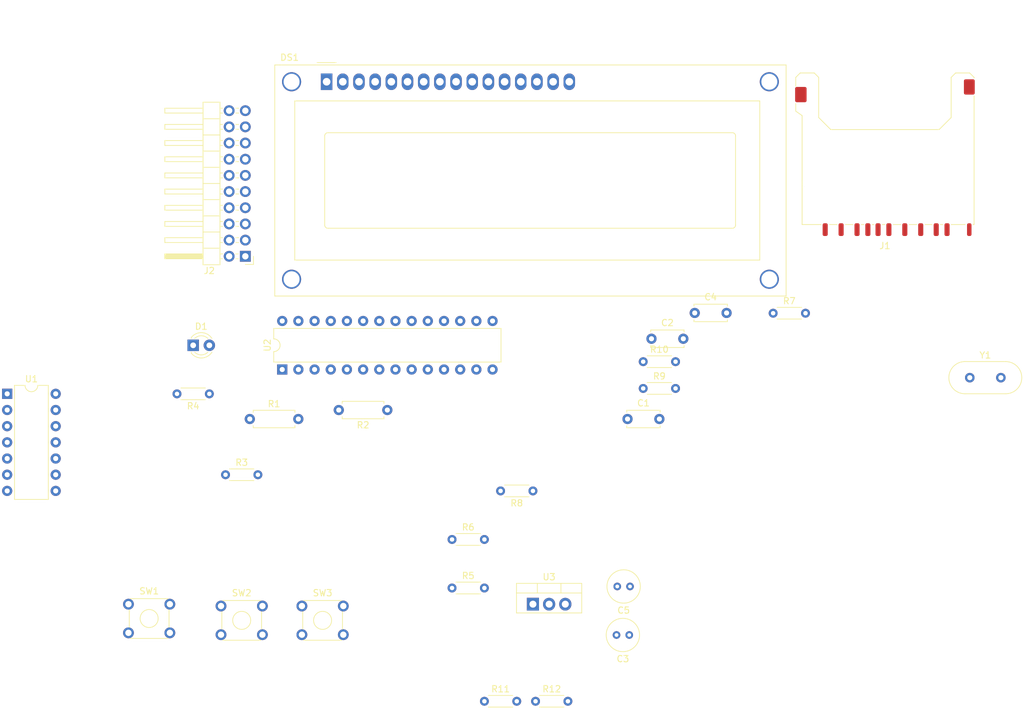
<source format=kicad_pcb>
(kicad_pcb (version 20211014) (generator pcbnew)
  (layers (0 "F.Cu" signal) (31 "B.Cu" signal) (34 "B.Paste" user) (35 "F.Paste" user) (36 "B.SilkS" user "B.Silkscreen") (37 "F.SilkS" user "F.Silkscreen") (38 "B.Mask" user) (39 "F.Mask" user) (44 "Edge.Cuts" user))
  (net 0 "")
  (net 1 "VCC")
  (net 2 "GND")
  (net 3 "+3V3")
  (net 4 "Net-(D1-Pad2)")
  (net 5 "Net-(DS1-Pad3)")
  (net 6 "/LCD_RS")
  (net 7 "/LCD_E")
  (net 12 "/LCD_D4")
  (net 13 "/LCD_D5")
  (net 14 "/SD_DI")
  (net 15 "/SD_CLK")
  (net 16 "/STEP 0")
  (net 17 "/STEP 1")
  (net 18 "/STEP 2")
  (net 19 "/STEP 3")
  (net 21 "/W_REQUEST")
  (net 23 "/DRIVE_EN")
  (net 24 "/RD_PLUSE")
  (net 25 "/WRITE")
  (net 26 "/W_PROTECT")
  (net 27 "/SD_CS")
  (net 28 "/SD_DO")
  (net 30 "/SD_SW")
  (net 32 "/BT_UP")
  (net 33 "/BT_DOWN")
  (net 34 "/BT_ENTER")
  (net 46 "Net-(R1-Pad1)")
  (net 47 "Net-(R4-Pad1)")
  (net 48 "Net-(R11-Pad1)")
  (net 49 "Net-(U2-Pad9)")
  (net 50 "Net-(U2-Pad10)")
  (footprint "Connector_Card:SD_Kyocera_145638009211859+" (layer "F.Cu") (at 177.18 83.64 180)
    (fp_text reference "J1" (at 0 -15.04) (layer "F.SilkS"))
    (fp_text value "SD_Card")
    (fp_line (start 6.2 -11.7) (end 5 -11.7) (layer "F.SilkS") (width 0.12))
    (fp_line (start 13.3 12.1) (end 11.1 12.1) (layer "F.SilkS") (width 0.12))
    (fp_line (start -10.4 11.4) (end -10.4 5.1) (layer "F.SilkS") (width 0.12))
    (fp_line (start 10.4 11.4) (end 11.1 12.1) (layer "F.SilkS") (width 0.12))
    (fp_line (start 0.4 -11.7) (end 0 -11.7) (layer "F.SilkS") (width 0.12))
    (fp_line (start -1.3 -11.7) (end -2.5 -11.7) (layer "F.SilkS") (width 0.12))
    (fp_line (start -14 -11.7) (end -14 8.5) (layer "F.SilkS") (width 0.12))
    (fp_line (start 13 5.4) (end 13 -11.7) (layer "F.SilkS") (width 0.12))
    (fp_line (start -13.3 12.1) (end -11.1 12.1) (layer "F.SilkS") (width 0.12))
    (fp_line (start 2 -11.7) (end 1.7 -11.7) (layer "F.SilkS") (width 0.12))
    (fp_line (start -10.4 -11.7) (end -12.6 -11.7) (layer "F.SilkS") (width 0.12))
    (fp_line (start -13.8 -11.7) (end -14 -11.7) (layer "F.SilkS") (width 0.12))
    (fp_line (start -14 11.3) (end -14 11.4) (layer "F.SilkS") (width 0.12))
    (fp_line (start -8.7 -11.7) (end -9.1 -11.7) (layer "F.SilkS") (width 0.12))
    (fp_line (start 10.4 11.4) (end 10.4 5.1) (layer "F.SilkS") (width 0.12))
    (fp_line (start 14 6.1) (end 14 7.3) (layer "F.SilkS") (width 0.12))
    (fp_line (start 13 -11.7) (end 10 -11.7) (layer "F.SilkS") (width 0.12))
    (fp_line (start -8.5 3.2) (end -10.4 5.1) (layer "F.SilkS") (width 0.12))
    (fp_line (start 14 6.1) (end 13 5.4) (layer "F.SilkS") (width 0.12))
    (fp_line (start -6.3 -11.7) (end -7.4 -11.7) (layer "F.SilkS") (width 0.12))
    (fp_line (start -10.4 11.4) (end -11.1 12.1) (layer "F.SilkS") (width 0.12))
    (fp_line (start 8.7 -11.7) (end 7.5 -11.7) (layer "F.SilkS") (width 0.12))
    (fp_line (start 8.5 3.2) (end 10.4 5.1) (layer "F.SilkS") (width 0.12))
    (fp_line (start -3.8 -11.7) (end -5 -11.7) (layer "F.SilkS") (width 0.12))
    (fp_line (start -13.3 12.1) (end -14 11.4) (layer "F.SilkS") (width 0.12))
    (fp_line (start 14 10) (end 14 11.4) (layer "F.SilkS") (width 0.12))
    (fp_line (start 13.3 12.1) (end 14 11.4) (layer "F.SilkS") (width 0.12))
    (fp_line (start 3.7 -11.7) (end 3.3 -11.7) (layer "F.SilkS") (width 0.12))
    (fp_line (start -8.5 3.2) (end 8.5 3.2) (layer "F.SilkS") (width 0.12))
    (pad "" np_thru_hole circle (at 12.1 -5.3) (size 1.5 1.5) (drill 1.5) (layers *.Cu *.Mask))
    (pad "" np_thru_hole circle (at -12.1 -5.3) (size 1.5 1.5) (drill 1.5) (layers *.Cu *.Mask))
    (pad "1" smd roundrect (at 6.88 -12.5 180) (size 0.8 2) (layers "F.Cu" "F.Paste" "F.Mask") (roundrect_rratio 0.313) (net 27 "/SD_CS"))
    (pad "2" smd roundrect (at 4.38 -12.5 180) (size 0.8 2) (layers "F.Cu" "F.Paste" "F.Mask") (roundrect_rratio 0.313) (net 14 "/SD_DI"))
    (pad "3" smd roundrect (at 1.08 -12.5 180) (size 0.8 2) (layers "F.Cu" "F.Paste" "F.Mask") (roundrect_rratio 0.313) (net 2 "GND"))
    (pad "4" smd roundrect (at -0.62 -12.5 180) (size 0.8 2) (layers "F.Cu" "F.Paste" "F.Mask") (roundrect_rratio 0.313) (net 3 "+3V3"))
    (pad "5" smd roundrect (at -3.12 -12.5 180) (size 0.8 2) (layers "F.Cu" "F.Paste" "F.Mask") (roundrect_rratio 0.313) (net 15 "/SD_CLK"))
    (pad "6" smd roundrect (at -5.62 -12.5 180) (size 0.8 2) (layers "F.Cu" "F.Paste" "F.Mask") (roundrect_rratio 0.313) (net 2 "GND"))
    (pad "7" smd roundrect (at -8.05 -12.5 180) (size 0.8 2) (layers "F.Cu" "F.Paste" "F.Mask") (roundrect_rratio 0.313) (net 28 "/SD_DO"))
    (pad "8" smd roundrect (at -9.75 -12.5 180) (size 0.8 2) (layers "F.Cu" "F.Paste" "F.Mask") (roundrect_rratio 0.313))
    (pad "9" smd roundrect (at 9.38 -12.5 180) (size 0.8 2) (layers "F.Cu" "F.Paste" "F.Mask") (roundrect_rratio 0.313))
    (pad "10" smd roundrect (at 2.68 -12.5 180) (size 0.8 2) (layers "F.Cu" "F.Paste" "F.Mask") (roundrect_rratio 0.313) (net 2 "GND"))
    (pad "11" smd roundrect (at -13.24 -12.5 180) (size 0.7 2) (layers "F.Cu" "F.Paste" "F.Mask") (roundrect_rratio 0.357) (net 30 "/SD_SW"))
    (pad "12" smd roundrect (at 13.2 8.7 180) (size 1.8 2.4) (layers "F.Cu" "F.Paste" "F.Mask") (roundrect_rratio 0.139))
    (pad "13" smd roundrect (at -13.25 9.9 180) (size 1.7 2.4) (layers "F.Cu" "F.Paste" "F.Mask") (roundrect_rratio 0.147))
  )
  (footprint "Resistor_THT:R_Axial_DIN0204_L3.6mm_D1.6mm_P5.08mm_Horizontal" (layer "F.Cu") (at 122.33 170.18)
    (fp_text reference "R12" (at 2.54 -1.92) (layer "F.SilkS"))
    (fp_text value "270")
    (fp_line (start 0.62 -0.92) (end 4.46 -0.92) (layer "F.SilkS") (width 0.12))
    (fp_line (start 0.62 0.92) (end 4.46 0.92) (layer "F.SilkS") (width 0.12))
    (pad "1" thru_hole circle (at 0 0) (size 1.4 1.4) (drill 0.7) (layers *.Cu *.Mask) (net 48 "Net-(R11-Pad1)"))
    (pad "2" thru_hole oval (at 5.08 0) (size 1.4 1.4) (drill 0.7) (layers *.Cu *.Mask) (net 3 "+3V3"))
  )
  (footprint "Capacitor_THT:C_Disc_D5.0mm_W2.5mm_P5.00mm" (layer "F.Cu") (at 140.53 113.27)
    (fp_text reference "C2" (at 2.5 -2.5) (layer "F.SilkS"))
    (fp_text value "1nF")
    (fp_line (start -0.12 1.37) (end 5.12 1.37) (layer "F.SilkS") (width 0.12))
    (fp_line (start -0.12 1.055) (end -0.12 1.37) (layer "F.SilkS") (width 0.12))
    (fp_line (start 5.12 1.055) (end 5.12 1.37) (layer "F.SilkS") (width 0.12))
    (fp_line (start 5.12 -1.37) (end 5.12 -1.055) (layer "F.SilkS") (width 0.12))
    (fp_line (start -0.12 -1.37) (end 5.12 -1.37) (layer "F.SilkS") (width 0.12))
    (fp_line (start -0.12 -1.37) (end -0.12 -1.055) (layer "F.SilkS") (width 0.12))
    (pad "1" thru_hole circle (at 0 0) (size 1.6 1.6) (drill 0.8) (layers *.Cu *.Mask) (net 1 "VCC"))
    (pad "2" thru_hole circle (at 5 0) (size 1.6 1.6) (drill 0.8) (layers *.Cu *.Mask) (net 2 "GND"))
  )
  (footprint "Resistor_THT:R_Axial_DIN0204_L3.6mm_D1.6mm_P5.08mm_Horizontal" (layer "F.Cu") (at 114.3 170.18)
    (fp_text reference "R11" (at 2.54 -1.92) (layer "F.SilkS"))
    (fp_text value "470")
    (fp_line (start 0.62 0.92) (end 4.46 0.92) (layer "F.SilkS") (width 0.12))
    (fp_line (start 0.62 -0.92) (end 4.46 -0.92) (layer "F.SilkS") (width 0.12))
    (pad "1" thru_hole circle (at 0 0) (size 1.4 1.4) (drill 0.7) (layers *.Cu *.Mask) (net 48 "Net-(R11-Pad1)"))
    (pad "2" thru_hole oval (at 5.08 0) (size 1.4 1.4) (drill 0.7) (layers *.Cu *.Mask) (net 2 "GND"))
  )
  (footprint "Package_DIP:DIP-14_W7.62mm" (layer "F.Cu") (at 39.38 121.915)
    (fp_text reference "U1" (at 3.81 -2.33) (layer "F.SilkS"))
    (fp_text value "74HC125")
    (fp_line (start 2.81 -1.33) (end 1.16 -1.33) (layer "F.SilkS") (width 0.12))
    (fp_line (start 1.16 16.57) (end 6.46 16.57) (layer "F.SilkS") (width 0.12))
    (fp_line (start 1.16 -1.33) (end 1.16 16.57) (layer "F.SilkS") (width 0.12))
    (fp_line (start 6.46 16.57) (end 6.46 -1.33) (layer "F.SilkS") (width 0.12))
    (fp_line (start 6.46 -1.33) (end 4.81 -1.33) (layer "F.SilkS") (width 0.12))
    (fp_arc (start 4.81 -1.33) (mid 3.81 -0.33) (end 2.81 -1.33) (layer "F.SilkS") (width 0.12))
    (pad "1" thru_hole rect (at 0 0) (size 1.6 1.6) (drill 0.8) (layers *.Cu *.Mask) (net 23 "/DRIVE_EN"))
    (pad "2" thru_hole oval (at 0 2.54) (size 1.6 1.6) (drill 0.8) (layers *.Cu *.Mask) (net 12 "/LCD_D4"))
    (pad "3" thru_hole oval (at 0 5.08) (size 1.6 1.6) (drill 0.8) (layers *.Cu *.Mask) (net 24 "/RD_PLUSE"))
    (pad "4" thru_hole oval (at 0 7.62) (size 1.6 1.6) (drill 0.8) (layers *.Cu *.Mask) (net 23 "/DRIVE_EN"))
    (pad "5" thru_hole oval (at 0 10.16) (size 1.6 1.6) (drill 0.8) (layers *.Cu *.Mask) (net 13 "/LCD_D5"))
    (pad "6" thru_hole oval (at 0 12.7) (size 1.6 1.6) (drill 0.8) (layers *.Cu *.Mask) (net 26 "/W_PROTECT"))
    (pad "7" thru_hole oval (at 0 15.24) (size 1.6 1.6) (drill 0.8) (layers *.Cu *.Mask) (net 2 "GND"))
    (pad "8" thru_hole oval (at 7.62 15.24) (size 1.6 1.6) (drill 0.8) (layers *.Cu *.Mask))
    (pad "9" thru_hole oval (at 7.62 12.7) (size 1.6 1.6) (drill 0.8) (layers *.Cu *.Mask) (net 1 "VCC"))
    (pad "10" thru_hole oval (at 7.62 10.16) (size 1.6 1.6) (drill 0.8) (layers *.Cu *.Mask) (net 1 "VCC"))
    (pad "11" thru_hole oval (at 7.62 7.62) (size 1.6 1.6) (drill 0.8) (layers *.Cu *.Mask))
    (pad "12" thru_hole oval (at 7.62 5.08) (size 1.6 1.6) (drill 0.8) (layers *.Cu *.Mask) (net 1 "VCC"))
    (pad "13" thru_hole oval (at 7.62 2.54) (size 1.6 1.6) (drill 0.8) (layers *.Cu *.Mask) (net 1 "VCC"))
    (pad "14" thru_hole oval (at 7.62 0) (size 1.6 1.6) (drill 0.8) (layers *.Cu *.Mask) (net 1 "VCC"))
  )
  (footprint "Package_TO_SOT_THT:TO-220-3_Vertical" (layer "F.Cu") (at 121.92 154.94)
    (fp_text reference "U3" (at 2.54 -4.27) (layer "F.SilkS"))
    (fp_text value "LM317_TO-220")
    (fp_line (start -2.58 -3.27) (end 7.66 -3.27) (layer "F.SilkS") (width 0.12))
    (fp_line (start -2.58 -1.76) (end 7.66 -1.76) (layer "F.SilkS") (width 0.12))
    (fp_line (start 7.66 -3.27) (end 7.66 1.371) (layer "F.SilkS") (width 0.12))
    (fp_line (start 4.391 -3.27) (end 4.391 -1.76) (layer "F.SilkS") (width 0.12))
    (fp_line (start -2.58 1.371) (end 7.66 1.371) (layer "F.SilkS") (width 0.12))
    (fp_line (start 0.69 -3.27) (end 0.69 -1.76) (layer "F.SilkS") (width 0.12))
    (fp_line (start -2.58 -3.27) (end -2.58 1.371) (layer "F.SilkS") (width 0.12))
    (pad "1" thru_hole rect (at 0 0) (size 1.905 2) (drill 1.1) (layers *.Cu *.Mask) (net 48 "Net-(R11-Pad1)"))
    (pad "2" thru_hole oval (at 2.54 0) (size 1.905 2) (drill 1.1) (layers *.Cu *.Mask) (net 3 "+3V3"))
    (pad "3" thru_hole oval (at 5.08 0) (size 1.905 2) (drill 1.1) (layers *.Cu *.Mask) (net 1 "VCC"))
  )
  (footprint "Resistor_THT:R_Axial_DIN0204_L3.6mm_D1.6mm_P5.08mm_Horizontal" (layer "F.Cu") (at 121.92 137.16 180)
    (fp_text reference "R8" (at 2.54 -1.92) (layer "F.SilkS"))
    (fp_text value "10K")
    (fp_line (start 0.62 0.92) (end 4.46 0.92) (layer "F.SilkS") (width 0.12))
    (fp_line (start 0.62 -0.92) (end 4.46 -0.92) (layer "F.SilkS") (width 0.12))
    (pad "1" thru_hole circle (at 0 0 180) (size 1.4 1.4) (drill 0.7) (layers *.Cu *.Mask) (net 1 "VCC"))
    (pad "2" thru_hole oval (at 5.08 0 180) (size 1.4 1.4) (drill 0.7) (layers *.Cu *.Mask) (net 32 "/BT_UP"))
  )
  (footprint "Capacitor_THT:C_Disc_D5.0mm_W2.5mm_P5.00mm" (layer "F.Cu") (at 147.32 109.22)
    (fp_text reference "C4" (at 2.5 -2.5) (layer "F.SilkS"))
    (fp_text value "1nF")
    (fp_line (start -0.12 1.37) (end 5.12 1.37) (layer "F.SilkS") (width 0.12))
    (fp_line (start -0.12 -1.37) (end -0.12 -1.055) (layer "F.SilkS") (width 0.12))
    (fp_line (start 5.12 1.055) (end 5.12 1.37) (layer "F.SilkS") (width 0.12))
    (fp_line (start 5.12 -1.37) (end 5.12 -1.055) (layer "F.SilkS") (width 0.12))
    (fp_line (start -0.12 -1.37) (end 5.12 -1.37) (layer "F.SilkS") (width 0.12))
    (fp_line (start -0.12 1.055) (end -0.12 1.37) (layer "F.SilkS") (width 0.12))
    (pad "1" thru_hole circle (at 0 0) (size 1.6 1.6) (drill 0.8) (layers *.Cu *.Mask) (net 1 "VCC"))
    (pad "2" thru_hole circle (at 5 0) (size 1.6 1.6) (drill 0.8) (layers *.Cu *.Mask) (net 2 "GND"))
  )
  (footprint "Resistor_THT:R_Axial_DIN0204_L3.6mm_D1.6mm_P5.08mm_Horizontal" (layer "F.Cu") (at 139.23 121.07)
    (fp_text reference "R9" (at 2.54 -1.92) (layer "F.SilkS"))
    (fp_text value "10K")
    (fp_line (start 0.62 0.92) (end 4.46 0.92) (layer "F.SilkS") (width 0.12))
    (fp_line (start 0.62 -0.92) (end 4.46 -0.92) (layer "F.SilkS") (width 0.12))
    (pad "1" thru_hole circle (at 0 0) (size 1.4 1.4) (drill 0.7) (layers *.Cu *.Mask) (net 1 "VCC"))
    (pad "2" thru_hole oval (at 5.08 0) (size 1.4 1.4) (drill 0.7) (layers *.Cu *.Mask) (net 33 "/BT_DOWN"))
  )
  (footprint "Resistor_THT:R_Axial_DIN0204_L3.6mm_D1.6mm_P5.08mm_Horizontal" (layer "F.Cu") (at 109.22 144.78)
    (fp_text reference "R6" (at 2.54 -1.92) (layer "F.SilkS"))
    (fp_text value "1K5")
    (fp_line (start 0.62 0.92) (end 4.46 0.92) (layer "F.SilkS") (width 0.12))
    (fp_line (start 0.62 -0.92) (end 4.46 -0.92) (layer "F.SilkS") (width 0.12))
    (pad "1" thru_hole circle (at 0 0) (size 1.4 1.4) (drill 0.7) (layers *.Cu *.Mask) (net 5 "Net-(DS1-Pad3)"))
    (pad "2" thru_hole oval (at 5.08 0) (size 1.4 1.4) (drill 0.7) (layers *.Cu *.Mask) (net 2 "GND"))
  )
  (footprint "Button_Switch_THT:SW_TH_Tactile_Omron_B3F-10xx" (layer "F.Cu") (at 72.95 155.23)
    (fp_text reference "SW2" (at 3.25 -2.05) (layer "F.SilkS"))
    (fp_text value "SW_DPST")
    (fp_line (start 0.28 5.37) (end 6.22 5.37) (layer "F.SilkS") (width 0.12))
    (fp_line (start 0.28 -0.87) (end 6.22 -0.87) (layer "F.SilkS") (width 0.12))
    (fp_line (start 0.13 3.59) (end 0.13 0.91) (layer "F.SilkS") (width 0.12))
    (fp_line (start 6.37 0.91) (end 6.37 3.59) (layer "F.SilkS") (width 0.12))
    (fp_circle (center 3.25 2.25) (end 4.25 3.25) (layer "F.SilkS") (width 0.12) (fill none))
    (pad "1" thru_hole circle (at 0 0) (size 1.7 1.7) (drill 1) (layers *.Cu *.Mask) (net 33 "/BT_DOWN"))
    (pad "2" thru_hole circle (at 6.5 0) (size 1.7 1.7) (drill 1) (layers *.Cu *.Mask) (net 2 "GND"))
    (pad "3" thru_hole circle (at 0 4.5) (size 1.7 1.7) (drill 1) (layers *.Cu *.Mask) (net 33 "/BT_DOWN"))
    (pad "4" thru_hole circle (at 6.5 4.5) (size 1.7 1.7) (drill 1) (layers *.Cu *.Mask) (net 2 "GND"))
  )
  (footprint "Resistor_THT:R_Axial_DIN0204_L3.6mm_D1.6mm_P5.08mm_Horizontal" (layer "F.Cu") (at 109.22 152.4)
    (fp_text reference "R5" (at 2.54 -1.92) (layer "F.SilkS"))
    (fp_text value "100K")
    (fp_line (start 0.62 0.92) (end 4.46 0.92) (layer "F.SilkS") (width 0.12))
    (fp_line (start 0.62 -0.92) (end 4.46 -0.92) (layer "F.SilkS") (width 0.12))
    (pad "1" thru_hole circle (at 0 0) (size 1.4 1.4) (drill 0.7) (layers *.Cu *.Mask) (net 24 "/RD_PLUSE"))
    (pad "2" thru_hole oval (at 5.08 0) (size 1.4 1.4) (drill 0.7) (layers *.Cu *.Mask) (net 2 "GND"))
  )
  (footprint "Crystal:Crystal_HC49-4H_Vertical" (layer "F.Cu") (at 190.5 119.38)
    (fp_text reference "Y1" (at 2.44 -3.525) (layer "F.SilkS"))
    (fp_text value "27Mhz")
    (fp_line (start -0.76 2.525) (end 5.64 2.525) (layer "F.SilkS") (width 0.12))
    (fp_line (start -0.76 -2.525) (end 5.64 -2.525) (layer "F.SilkS") (width 0.12))
    (fp_arc (start 5.64 -2.525) (mid 8.165 0) (end 5.64 2.525) (layer "F.SilkS") (width 0.12))
    (fp_arc (start -0.76 2.525) (mid -3.285 0) (end -0.76 -2.525) (layer "F.SilkS") (width 0.12))
    (pad "1" thru_hole circle (at 0 0) (size 1.5 1.5) (drill 0.8) (layers *.Cu *.Mask) (net 49 "Net-(U2-Pad9)"))
    (pad "2" thru_hole circle (at 4.88 0) (size 1.5 1.5) (drill 0.8) (layers *.Cu *.Mask) (net 50 "Net-(U2-Pad10)"))
  )
  (footprint "Capacitor_THT:C_Disc_D5.0mm_W2.5mm_P5.00mm" (layer "F.Cu") (at 136.77 125.87)
    (fp_text reference "C1" (at 2.5 -2.5) (layer "F.SilkS"))
    (fp_text value "1nF")
    (fp_line (start 5.12 -1.37) (end 5.12 -1.055) (layer "F.SilkS") (width 0.12))
    (fp_line (start -0.12 -1.37) (end -0.12 -1.055) (layer "F.SilkS") (width 0.12))
    (fp_line (start 5.12 1.055) (end 5.12 1.37) (layer "F.SilkS") (width 0.12))
    (fp_line (start -0.12 1.055) (end -0.12 1.37) (layer "F.SilkS") (width 0.12))
    (fp_line (start -0.12 1.37) (end 5.12 1.37) (layer "F.SilkS") (width 0.12))
    (fp_line (start -0.12 -1.37) (end 5.12 -1.37) (layer "F.SilkS") (width 0.12))
    (pad "1" thru_hole circle (at 0 0) (size 1.6 1.6) (drill 0.8) (layers *.Cu *.Mask) (net 1 "VCC"))
    (pad "2" thru_hole circle (at 5 0) (size 1.6 1.6) (drill 0.8) (layers *.Cu *.Mask) (net 2 "GND"))
  )
  (footprint "Resistor_THT:R_Axial_DIN0207_L6.3mm_D2.5mm_P7.62mm_Horizontal" (layer "F.Cu") (at 77.47 125.87)
    (fp_text reference "R1" (at 3.81 -2.37) (layer "F.SilkS"))
    (fp_text value "10K")
    (fp_line (start 7.08 -1.37) (end 7.08 -1.04) (layer "F.SilkS") (width 0.12))
    (fp_line (start 0.54 -1.04) (end 0.54 -1.37) (layer "F.SilkS") (width 0.12))
    (fp_line (start 0.54 1.37) (end 7.08 1.37) (layer "F.SilkS") (width 0.12))
    (fp_line (start 0.54 1.04) (end 0.54 1.37) (layer "F.SilkS") (width 0.12))
    (fp_line (start 7.08 1.37) (end 7.08 1.04) (layer "F.SilkS") (width 0.12))
    (fp_line (start 0.54 -1.37) (end 7.08 -1.37) (layer "F.SilkS") (width 0.12))
    (pad "1" thru_hole circle (at 0 0) (size 1.6 1.6) (drill 0.8) (layers *.Cu *.Mask) (net 46 "Net-(R1-Pad1)"))
    (pad "2" thru_hole oval (at 7.62 0) (size 1.6 1.6) (drill 0.8) (layers *.Cu *.Mask) (net 1 "VCC"))
  )
  (footprint "Package_DIP:DIP-28_W7.62mm" (layer "F.Cu") (at 82.56 118.1 90)
    (fp_text reference "U2" (at 3.81 -2.33 90) (layer "F.SilkS"))
    (fp_text value "ATmega328P-P")
    (fp_line (start 2.81 -1.33) (end 1.16 -1.33) (layer "F.SilkS") (width 0.12))
    (fp_line (start 6.46 -1.33) (end 4.81 -1.33) (layer "F.SilkS") (width 0.12))
    (fp_line (start 1.16 -1.33) (end 1.16 34.35) (layer "F.SilkS") (width 0.12))
    (fp_line (start 6.46 34.35) (end 6.46 -1.33) (layer "F.SilkS") (width 0.12))
    (fp_line (start 1.16 34.35) (end 6.46 34.35) (layer "F.SilkS") (width 0.12))
    (fp_arc (start 4.81 -1.33) (mid 3.81 -0.33) (end 2.81 -1.33) (layer "F.SilkS") (width 0.12))
    (pad "1" thru_hole rect (at 0 0 90) (size 1.6 1.6) (drill 0.8) (layers *.Cu *.Mask) (net 46 "Net-(R1-Pad1)"))
    (pad "2" thru_hole oval (at 0 2.54 90) (size 1.6 1.6) (drill 0.8) (layers *.Cu *.Mask) (net 28 "/SD_DO"))
    (pad "3" thru_hole oval (at 0 5.08 90) (size 1.6 1.6) (drill 0.8) (layers *.Cu *.Mask) (net 27 "/SD_CS"))
    (pad "4" thru_hole oval (at 0 7.62 90) (size 1.6 1.6) (drill 0.8) (layers *.Cu *.Mask) (net 21 "/W_REQUEST"))
    (pad "5" thru_hole oval (at 0 10.16 90) (size 1.6 1.6) (drill 0.8) (layers *.Cu *.Mask) (net 30 "/SD_SW"))
    (pad "6" thru_hole oval (at 0 12.7 90) (size 1.6 1.6) (drill 0.8) (layers *.Cu *.Mask) (net 14 "/SD_DI"))
    (pad "7" thru_hole oval (at 0 15.24 90) (size 1.6 1.6) (drill 0.8) (layers *.Cu *.Mask) (net 1 "VCC"))
    (pad "8" thru_hole oval (at 0 17.78 90) (size 1.6 1.6) (drill 0.8) (layers *.Cu *.Mask) (net 2 "GND"))
    (pad "9" thru_hole oval (at 0 20.32 90) (size 1.6 1.6) (drill 0.8) (layers *.Cu *.Mask) (net 49 "Net-(U2-Pad9)"))
    (pad "10" thru_hole oval (at 0 22.86 90) (size 1.6 1.6) (drill 0.8) (layers *.Cu *.Mask) (net 50 "Net-(U2-Pad10)"))
    (pad "11" thru_hole oval (at 0 25.4 90) (size 1.6 1.6) (drill 0.8) (layers *.Cu *.Mask) (net 15 "/SD_CLK"))
    (pad "12" thru_hole oval (at 0 27.94 90) (size 1.6 1.6) (drill 0.8) (layers *.Cu *.Mask) (net 34 "/BT_ENTER"))
    (pad "13" thru_hole oval (at 0 30.48 90) (size 1.6 1.6) (drill 0.8) (layers *.Cu *.Mask) (net 33 "/BT_DOWN"))
    (pad "14" thru_hole oval (at 0 33.02 90) (size 1.6 1.6) (drill 0.8) (layers *.Cu *.Mask) (net 16 "/STEP 0"))
    (pad "15" thru_hole oval (at 7.62 33.02 90) (size 1.6 1.6) (drill 0.8) (layers *.Cu *.Mask) (net 17 "/STEP 1"))
    (pad "16" thru_hole oval (at 7.62 30.48 90) (size 1.6 1.6) (drill 0.8) (layers *.Cu *.Mask) (net 18 "/STEP 2"))
    (pad "17" thru_hole oval (at 7.62 27.94 90) (size 1.6 1.6) (drill 0.8) (layers *.Cu *.Mask) (net 19 "/STEP 3"))
    (pad "18" thru_hole oval (at 7.62 25.4 90) (size 1.6 1.6) (drill 0.8) (layers *.Cu *.Mask) (net 47 "Net-(R4-Pad1)"))
    (pad "19" thru_hole oval (at 7.62 22.86 90) (size 1.6 1.6) (drill 0.8) (layers *.Cu *.Mask) (net 32 "/BT_UP"))
    (pad "20" thru_hole oval (at 7.62 20.32 90) (size 1.6 1.6) (drill 0.8) (layers *.Cu *.Mask) (net 1 "VCC"))
    (pad "21" thru_hole oval (at 7.62 17.78 90) (size 1.6 1.6) (drill 0.8) (layers *.Cu *.Mask) (net 1 "VCC"))
    (pad "22" thru_hole oval (at 7.62 15.24 90) (size 1.6 1.6) (drill 0.8) (layers *.Cu *.Mask) (net 2 "GND"))
    (pad "23" thru_hole oval (at 7.62 12.7 90) (size 1.6 1.6) (drill 0.8) (layers *.Cu *.Mask) (net 23 "/DRIVE_EN"))
    (pad "24" thru_hole oval (at 7.62 10.16 90) (size 1.6 1.6) (drill 0.8) (layers *.Cu *.Mask) (net 12 "/LCD_D4"))
    (pad "25" thru_hole oval (at 7.62 7.62 90) (size 1.6 1.6) (drill 0.8) (layers *.Cu *.Mask) (net 25 "/WRITE"))
    (pad "26" thru_hole oval (at 7.62 5.08 90) (size 1.6 1.6) (drill 0.8) (layers *.Cu *.Mask) (net 13 "/LCD_D5"))
    (pad "27" thru_hole oval (at 7.62 2.54 90) (size 1.6 1.6) (drill 0.8) (layers *.Cu *.Mask) (net 6 "/LCD_RS"))
    (pad "28" thru_hole oval (at 7.62 0 90) (size 1.6 1.6) (drill 0.8) (layers *.Cu *.Mask) (net 7 "/LCD_E"))
  )
  (footprint "Resistor_THT:R_Axial_DIN0204_L3.6mm_D1.6mm_P5.08mm_Horizontal" (layer "F.Cu") (at 73.66 134.62)
    (fp_text reference "R3" (at 2.54 -1.92) (layer "F.SilkS"))
    (fp_text value "100K")
    (fp_line (start 0.62 -0.92) (end 4.46 -0.92) (layer "F.SilkS") (width 0.12))
    (fp_line (start 0.62 0.92) (end 4.46 0.92) (layer "F.SilkS") (width 0.12))
    (pad "1" thru_hole circle (at 0 0) (size 1.4 1.4) (drill 0.7) (layers *.Cu *.Mask) (net 26 "/W_PROTECT"))
    (pad "2" thru_hole oval (at 5.08 0) (size 1.4 1.4) (drill 0.7) (layers *.Cu *.Mask) (net 2 "GND"))
  )
  (footprint "Display:WC1602A" (layer "F.Cu") (at 89.53 72.925)
    (fp_text reference "DS1" (at -5.82 -3.81) (layer "F.SilkS"))
    (fp_text value "WC1602A")
    (fp_line (start -8.14 -2.64) (end -8.14 33.64) (layer "F.SilkS") (width 0.12))
    (fp_line (start 0.2 8) (end 63.7 8) (layer "F.SilkS") (width 0.12))
    (fp_line (start 72.14 -2.64) (end -7.34 -2.64) (layer "F.SilkS") (width 0.12))
    (fp_line (start -8.14 33.64) (end 72.14 33.64) (layer "F.SilkS") (width 0.12))
    (fp_line (start -5 3) (end 68 3) (layer "F.SilkS") (width 0.12))
    (fp_line (start 63.70066 23) (end 0.2 23) (layer "F.SilkS") (width 0.12))
    (fp_line (start -8.13 -2.64) (end -7.34 -2.64) (layer "F.SilkS") (width 0.12))
    (fp_line (start -1.5 -3) (end 1.5 -3) (layer "F.SilkS") (width 0.12))
    (fp_line (start 72.14 33.64) (end 72.14 -2.64) (layer "F.SilkS") (width 0.12))
    (fp_line (start -5 28) (end -5 3) (layer "F.SilkS") (width 0.12))
    (fp_line (start 64.2 8.5) (end 64.2 22.5) (layer "F.SilkS") (width 0.12))
    (fp_line (start -0.29972 22.49932) (end -0.29972 8.5) (layer "F.SilkS") (width 0.12))
    (fp_line (start 68 3) (end 68 28) (layer "F.SilkS") (width 0.12))
    (fp_line (start 68 28) (end -5 28) (layer "F.SilkS") (width 0.12))
    (fp_arc (start 64.20104 22.49932) (mid 64.054482 22.853142) (end 63.70066 22.9997) (layer "F.SilkS") (width 0.12))
    (fp_arc (start -0.29972 8.49884) (mid -0.153162 8.145018) (end 0.20066 7.99846) (layer "F.SilkS") (width 0.12))
    (fp_arc (start 0.20066 22.9997) (mid -0.153162 22.853142) (end -0.29972 22.49932) (layer "F.SilkS") (width 0.12))
    (fp_arc (start 63.7 8) (mid 64.053553 8.146447) (end 64.2 8.5) (layer "F.SilkS") (width 0.12))
    (pad "" thru_hole circle (at -5.4991 31.0007) (size 3 3) (drill 2.5) (layers *.Cu *.Mask))
    (pad "" thru_hole circle (at -5.4991 0) (size 3 3) (drill 2.5) (layers *.Cu *.Mask))
    (pad "" thru_hole circle (at 69.49948 31.0007) (size 3 3) (drill 2.5) (layers *.Cu *.Mask))
    (pad "" thru_hole circle (at 69.5 0) (size 3 3) (drill 2.5) (layers *.Cu *.Mask))
    (pad "1" thru_hole rect (at 0 0) (size 1.8 2.6) (drill 1.2) (layers *.Cu *.Mask) (net 2 "GND"))
    (pad "2" thru_hole oval (at 2.54 0) (size 1.8 2.6) (drill 1.2) (layers *.Cu *.Mask) (net 1 "VCC"))
    (pad "3" thru_hole oval (at 5.08 0) (size 1.8 2.6) (drill 1.2) (layers *.Cu *.Mask) (net 5 "Net-(DS1-Pad3)"))
    (pad "4" thru_hole oval (at 7.62 0) (size 1.8 2.6) (drill 1.2) (layers *.Cu *.Mask) (net 6 "/LCD_RS"))
    (pad "5" thru_hole oval (at 10.16 0) (size 1.8 2.6) (drill 1.2) (layers *.Cu *.Mask) (net 2 "GND"))
    (pad "6" thru_hole oval (at 12.7 0) (size 1.8 2.6) (drill 1.2) (layers *.Cu *.Mask) (net 7 "/LCD_E"))
    (pad "7" thru_hole oval (at 15.24 0) (size 1.8 2.6) (drill 1.2) (layers *.Cu *.Mask))
    (pad "8" thru_hole oval (at 17.78 0) (size 1.8 2.6) (drill 1.2) (layers *.Cu *.Mask))
    (pad "9" thru_hole oval (at 20.32 0) (size 1.8 2.6) (drill 1.2) (layers *.Cu *.Mask))
    (pad "10" thru_hole oval (at 22.86 0) (size 1.8 2.6) (drill 1.2) (layers *.Cu *.Mask))
    (pad "11" thru_hole oval (at 25.4 0) (size 1.8 2.6) (drill 1.2) (layers *.Cu *.Mask) (net 12 "/LCD_D4"))
    (pad "12" thru_hole oval (at 27.94 0) (size 1.8 2.6) (drill 1.2) (layers *.Cu *.Mask) (net 13 "/LCD_D5"))
    (pad "13" thru_hole oval (at 30.48 0) (size 1.8 2.6) (drill 1.2) (layers *.Cu *.Mask) (net 14 "/SD_DI"))
    (pad "14" thru_hole oval (at 33.02 0) (size 1.8 2.6) (drill 1.2) (layers *.Cu *.Mask) (net 15 "/SD_CLK"))
    (pad "15" thru_hole oval (at 35.56 0) (size 1.8 2.6) (drill 1.2) (layers *.Cu *.Mask) (net 1 "VCC"))
    (pad "16" thru_hole oval (at 38.1 0) (size 1.8 2.6) (drill 1.2) (layers *.Cu *.Mask) (net 2 "GND"))
  )
  (footprint "Button_Switch_THT:SW_TH_Tactile_Omron_B3F-10xx" (layer "F.Cu") (at 85.65 155.23)
    (fp_text reference "SW3" (at 3.25 -2.05) (layer "F.SilkS"))
    (fp_text value "SW_DPST")
    (fp_line (start 0.13 3.59) (end 0.13 0.91) (layer "F.SilkS") (width 0.12))
    (fp_line (start 0.28 -0.87) (end 6.22 -0.87) (layer "F.SilkS") (width 0.12))
    (fp_line (start 0.28 5.37) (end 6.22 5.37) (layer "F.SilkS") (width 0.12))
    (fp_line (start 6.37 0.91) (end 6.37 3.59) (layer "F.SilkS") (width 0.12))
    (fp_circle (center 3.25 2.25) (end 4.25 3.25) (layer "F.SilkS") (width 0.12) (fill none))
    (pad "1" thru_hole circle (at 0 0) (size 1.7 1.7) (drill 1) (layers *.Cu *.Mask) (net 34 "/BT_ENTER"))
    (pad "2" thru_hole circle (at 6.5 0) (size 1.7 1.7) (drill 1) (layers *.Cu *.Mask) (net 2 "GND"))
    (pad "3" thru_hole circle (at 0 4.5) (size 1.7 1.7) (drill 1) (layers *.Cu *.Mask) (net 34 "/BT_ENTER"))
    (pad "4" thru_hole circle (at 6.5 4.5) (size 1.7 1.7) (drill 1) (layers *.Cu *.Mask) (net 2 "GND"))
  )
  (footprint "Connector_PinHeader_2.54mm:PinHeader_2x10_P2.54mm_Horizontal" (layer "F.Cu") (at 76.77 100.325 180)
    (fp_text reference "J2" (at 5.655 -2.27) (layer "F.SilkS"))
    (fp_text value "APPLE// Disk")
    (fp_line (start 12.64 14.86) (end 12.64 15.62) (layer "F.SilkS") (width 0.12))
    (fp_line (start 1.042929 22.48) (end 1.497071 22.48) (layer "F.SilkS") (width 0.12))
    (fp_line (start 12.64 2.16) (end 12.64 2.92) (layer "F.SilkS") (width 0.12))
    (fp_line (start 1.042929 23.24) (end 1.497071 23.24) (layer "F.SilkS") (width 0.12))
    (fp_line (start 3.98 19.05) (end 6.64 19.05) (layer "F.SilkS") (width 0.12))
    (fp_line (start 1.042929 20.7) (end 1.497071 20.7) (layer "F.SilkS") (width 0.12))
    (fp_line (start 1.042929 2.92) (end 1.497071 2.92) (layer "F.SilkS") (width 0.12))
    (fp_line (start 1.042929 9.78) (end 1.497071 9.78) (layer "F.SilkS") (width 0.12))
    (fp_line (start 12.64 17.4) (end 12.64 18.16) (layer "F.SilkS") (width 0.12))
    (fp_line (start 12.64 10.54) (end 6.64 10.54) (layer "F.SilkS") (width 0.12))
    (fp_line (start 3.582929 14.86) (end 3.98 14.86) (layer "F.SilkS") (width 0.12))
    (fp_line (start 6.64 4.7) (end 12.64 4.7) (layer "F.SilkS") (width 0.12))
    (fp_line (start 3.98 -1.33) (end 3.98 24.19) (layer "F.SilkS") (width 0.12))
    (fp_line (start 3.582929 22.48) (end 3.98 22.48) (layer "F.SilkS") (width 0.12))
    (fp_line (start 6.64 19.94) (end 12.64 19.94) (layer "F.SilkS") (width 0.12))
    (fp_line (start 3.582929 18.16) (end 3.98 18.16) (layer "F.SilkS") (width 0.12))
    (fp_line (start 6.64 -0.08) (end 12.64 -0.08) (layer "F.SilkS") (width 0.12))
    (fp_line (start 1.042929 19.94) (end 1.497071 19.94) (layer "F.SilkS") (width 0.12))
    (fp_line (start 6.64 0.04) (end 12.64 0.04) (layer "F.SilkS") (width 0.12))
    (fp_line (start 3.582929 2.92) (end 3.98 2.92) (layer "F.SilkS") (width 0.12))
    (fp_line (start 3.582929 5.46) (end 3.98 5.46) (layer "F.SilkS") (width 0.12))
    (fp_line (start 1.042929 10.54) (end 1.497071 10.54) (layer "F.SilkS") (width 0.12))
    (fp_line (start 3.582929 9.78) (end 3.98 9.78) (layer "F.SilkS") (width 0.12))
    (fp_line (start 3.582929 4.7) (end 3.98 4.7) (layer "F.SilkS") (width 0.12))
    (fp_line (start 12.64 12.32) (end 12.64 13.08) (layer "F.SilkS") (width 0.12))
    (fp_line (start 3.582929 7.24) (end 3.98 7.24) (layer "F.SilkS") (width 0.12))
    (fp_line (start 12.64 19.94) (end 12.64 20.7) (layer "F.SilkS") (width 0.12))
    (fp_line (start 6.64 24.19) (end 6.64 -1.33) (layer "F.SilkS") (width 0.12))
    (fp_line (start 1.042929 5.46) (end 1.497071 5.46) (layer "F.SilkS") (width 0.12))
    (fp_line (start 6.64 -0.2) (end 12.64 -0.2) (layer "F.SilkS") (width 0.12))
    (fp_line (start 12.64 15.62) (end 6.64 15.62) (layer "F.SilkS") (width 0.12))
    (fp_line (start 1.042929 8) (end 1.497071 8) (layer "F.SilkS") (width 0.12))
    (fp_line (start 6.64 2.16) (end 12.64 2.16) (layer "F.SilkS") (width 0.12))
    (fp_line (start 3.98 11.43) (end 6.64 11.43) (layer "F.SilkS") (width 0.12))
    (fp_line (start 12.64 8) (end 6.64 8) (layer "F.SilkS") (width 0.12))
    (fp_line (start 3.582929 13.08) (end 3.98 13.08) (layer "F.SilkS") (width 0.12))
    (fp_line (start 6.64 -1.33) (end 3.98 -1.33) (layer "F.SilkS") (width 0.12))
    (fp_line (start 6.64 14.86) (end 12.64 14.86) (layer "F.SilkS") (width 0.12))
    (fp_line (start 6.64 9.78) (end 12.64 9.78) (layer "F.SilkS") (width 0.12))
    (fp_line (start 3.582929 12.32) (end 3.98 12.32) (layer "F.SilkS") (width 0.12))
    (fp_line (start 1.042929 17.4) (end 1.497071 17.4) (layer "F.SilkS") (width 0.12))
    (fp_line (start 6.64 0.28) (end 12.64 0.28) (layer "F.SilkS") (width 0.12))
    (fp_line (start 3.98 1.27) (end 6.64 1.27) (layer "F.SilkS") (width 0.12))
    (fp_line (start 12.64 0.38) (end 6.64 0.38) (layer "F.SilkS") (width 0.12))
    (fp_line (start 6.64 -0.38) (end 12.64 -0.38) (layer "F.SilkS") (width 0.12))
    (fp_line (start 1.11 -0.38) (end 1.497071 -0.38) (layer "F.SilkS") (width 0.12))
    (fp_line (start 1.042929 12.32) (end 1.497071 12.32) (layer "F.SilkS") (width 0.12))
    (fp_line (start 1.042929 18.16) (end 1.497071 18.16) (layer "F.SilkS") (width 0.12))
    (fp_line (start 3.98 13.97) (end 6.64 13.97) (layer "F.SilkS") (width 0.12))
    (fp_line (start 12.64 5.46) (end 6.64 5.46) (layer "F.SilkS") (width 0.12))
    (fp_line (start 3.98 3.81) (end 6.64 3.81) (layer "F.SilkS") (width 0.12))
    (fp_line (start 6.64 17.4) (end 12.64 17.4) (layer "F.SilkS") (width 0.12))
    (fp_line (start 12.64 13.08) (end 6.64 13.08) (layer "F.SilkS") (width 0.12))
    (fp_line (start 3.582929 19.94) (end 3.98 19.94) (layer "F.SilkS") (width 0.12))
    (fp_line (start 12.64 9.78) (end 12.64 10.54) (layer "F.SilkS") (width 0.12))
    (fp_line (start 6.64 0.16) (end 12.64 0.16) (layer "F.SilkS") (width 0.12))
    (fp_line (start 3.582929 8) (end 3.98 8) (layer "F.SilkS") (width 0.12))
    (fp_line (start 1.042929 4.7) (end 1.497071 4.7) (layer "F.SilkS") (width 0.12))
    (fp_line (start 1.042929 2.16) (end 1.497071 2.16) (layer "F.SilkS") (width 0.12))
    (fp_line (start 3.582929 -0.38) (end 3.98 -0.38) (layer "F.SilkS") (width 0.12))
    (fp_line (start -1.27 -1.27) (end 0 -1.27) (layer "F.SilkS") (width 0.12))
    (fp_line (start 6.64 7.24) (end 12.64 7.24) (layer "F.SilkS") (width 0.12))
    (fp_line (start 1.042929 7.24) (end 1.497071 7.24) (layer "F.SilkS") (width 0.12))
    (fp_line (start 1.042929 13.08) (end 1.497071 13.08) (layer "F.SilkS") (width 0.12))
    (fp_line (start 12.64 -0.38) (end 12.64 0.38) (layer "F.SilkS") (width 0.12))
    (fp_line (start 3.582929 10.54) (end 3.98 10.54) (layer "F.SilkS") (width 0.12))
    (fp_line (start 6.64 12.32) (end 12.64 12.32) (layer "F.SilkS") (width 0.12))
    (fp_line (start 12.64 4.7) (end 12.64 5.46) (layer "F.SilkS") (width 0.12))
    (fp_line (start 6.64 -0.32) (end 12.64 -0.32) (layer "F.SilkS") (width 0.12))
    (fp_line (start 12.64 23.24) (end 6.64 23.24) (layer "F.SilkS") (width 0.12))
    (fp_line (start 3.98 16.51) (end 6.64 16.51) (layer "F.SilkS") (width 0.12))
    (fp_line (start 1.042929 15.62) (end 1.497071 15.62) (layer "F.SilkS") (width 0.12))
    (fp_line (start 3.98 24.19) (end 6.64 24.19) (layer "F.SilkS") (width 0.12))
    (fp_line (start 1.11 0.38) (end 1.497071 0.38) (layer "F.SilkS") (width 0.12))
    (fp_line (start 3.582929 23.24) (end 3.98 23.24) (layer "F.SilkS") (width 0.12))
    (fp_line (start 3.582929 2.16) (end 3.98 2.16) (layer "F.SilkS") (width 0.12))
    (fp_line (start 12.64 20.7) (end 6.64 20.7) (layer "F.SilkS") (width 0.12))
    (fp_line (start 3.582929 15.62) (end 3.98 15.62) (layer "F.SilkS") (width 0.12))
    (fp_line (start 3.582929 17.4) (end 3.98 17.4) (layer "F.SilkS") (width 0.12))
    (fp_line (start 12.64 7.24) (end 12.64 8) (layer "F.SilkS") (width 0.12))
    (fp_line (start 12.64 22.48) (end 12.64 23.24) (layer "F.SilkS") (width 0.12))
    (fp_line (start 12.64 2.92) (end 6.64 2.92) (layer "F.SilkS") (width 0.12))
    (fp_line (start 3.98 21.59) (end 6.64 21.59) (layer "F.SilkS") (width 0.12))
    (fp_line (start 1.042929 14.86) (end 1.497071 14.86) (layer "F.SilkS") (width 0.12))
    (fp_line (start 6.64 22.48) (end 12.64 22.48) (layer "F.SilkS") (width 0.12))
    (fp_line (start 3.98 8.89) (end 6.64 8.89) (layer "F.SilkS") (width 0.12))
    (fp_line (start 12.64 18.16) (end 6.64 18.16) (layer "F.SilkS") (width 0.12))
    (fp_line (start -1.27 0) (end -1.27 -1.27) (layer "F.SilkS") (width 0.12))
    (fp_line (start 3.582929 0.38) (end 3.98 0.38) (layer "F.SilkS") (width 0.12))
    (fp_line (start 3.582929 20.7) (end 3.98 20.7) (layer "F.SilkS") (width 0.12))
    (fp_line (start 3.98 6.35) (end 6.64 6.35) (layer "F.SilkS") (width 0.12))
    (pad "1" thru_hole rect (at 0 0 180) (size 1.7 1.7) (drill 1) (layers *.Cu *.Mask) (net 2 "GND"))
    (pad "2" thru_hole oval (at 2.54 0 180) (size 1.7 1.7) (drill 1) (layers *.Cu *.Mask) (net 16 "/STEP 0"))
    (pad "3" thru_hole oval (at 0 2.54 180) (size 1.7 1.7) (drill 1) (layers *.Cu *.Mask))
    (pad "4" thru_hole oval (at 2.54 2.54 180) (size 1.7 1.7) (drill 1) (layers *.Cu *.Mask) (net 17 "/STEP 1"))
    (pad "5" thru_hole oval (at 0 5.08 180) (size 1.7 1.7) (drill 1) (layers *.Cu *.Mask))
    (pad "6" thru_hole oval (at 2.54 5.08 180) (size 1.7 1.7) (drill 1) (layers *.Cu *.Mask) (net 18 "/STEP 2"))
    (pad "7" thru_hole oval (at 0 7.62 180) (size 1.7 1.7) (drill 1) (layers *.Cu *.Mask))
    (pad "8" thru_hole oval (at 2.54 7.62 180) (size 1.7 1.7) (drill 1) (layers *.Cu *.Mask) (net 19 "/STEP 3"))
    (pad "9" thru_hole oval (at 0 10.16 180) (size 1.7 1.7) (drill 1) (layers *.Cu *.Mask))
    (pad "10" thru_hole oval (at 2.54 10.16 180) (size 1.7 1.7) (drill 1) (layers *.Cu *.Mask) (net 21 "/W_REQUEST"))
    (pad "11" thru_hole oval (at 0 12.7 180) (size 1.7 1.7) (drill 1) (layers *.Cu *.Mask))
    (pad "12" thru_hole oval (at 2.54 12.7 180) (size 1.7 1.7) (drill 1) (layers *.Cu *.Mask) (net 1 "VCC"))
    (pad "13" thru_hole oval (at 0 15.24 180) (size 1.7 1.7) (drill 1) (layers *.Cu *.Mask))
    (pad "14" thru_hole oval (at 2.54 15.24 180) (size 1.7 1.7) (drill 1) (layers *.Cu *.Mask) (net 23 "/DRIVE_EN"))
    (pad "15" thru_hole oval (at 0 17.78 180) (size 1.7 1.7) (drill 1) (layers *.Cu *.Mask))
    (pad "16" thru_hole oval (at 2.54 17.78 180) (size 1.7 1.7) (drill 1) (layers *.Cu *.Mask) (net 24 "/RD_PLUSE"))
    (pad "17" thru_hole oval (at 0 20.32 180) (size 1.7 1.7) (drill 1) (layers *.Cu *.Mask))
    (pad "18" thru_hole oval (at 2.54 20.32 180) (size 1.7 1.7) (drill 1) (layers *.Cu *.Mask) (net 25 "/WRITE"))
    (pad "19" thru_hole oval (at 0 22.86 180) (size 1.7 1.7) (drill 1) (layers *.Cu *.Mask))
    (pad "20" thru_hole oval (at 2.54 22.86 180) (size 1.7 1.7) (drill 1) (layers *.Cu *.Mask) (net 26 "/W_PROTECT"))
  )
  (footprint "LED_THT:LED_D3.0mm" (layer "F.Cu") (at 68.58 114.3)
    (fp_text reference "D1" (at 1.27 -2.96) (layer "F.SilkS"))
    (fp_text value "LED")
    (fp_line (start -0.29 1.08) (end -0.29 1.236) (layer "F.SilkS") (width 0.12))
    (fp_line (start -0.29 -1.236) (end -0.29 -1.08) (layer "F.SilkS") (width 0.12))
    (fp_arc (start 0.229039 -1.08) (mid 1.270117 -1.5) (end 2.31113 -1.079837) (layer "F.SilkS") (width 0.12))
    (fp_arc (start -0.29 -1.235516) (mid 1.366487 -1.987659) (end 2.942335 -1.078608) (layer "F.SilkS") (width 0.12))
    (fp_arc (start 2.942335 1.078608) (mid 1.366487 1.987659) (end -0.29 1.235516) (layer "F.SilkS") (width 0.12))
    (fp_arc (start 2.31113 1.079837) (mid 1.270117 1.5) (end 0.229039 1.08) (layer "F.SilkS") (width 0.12))
    (pad "1" thru_hole rect (at 0 0) (size 1.8 1.8) (drill 0.9) (layers *.Cu *.Mask) (net 2 "GND"))
    (pad "2" thru_hole circle (at 2.54 0) (size 1.8 1.8) (drill 0.9) (layers *.Cu *.Mask) (net 4 "Net-(D1-Pad2)"))
  )
  (footprint "Resistor_THT:R_Axial_DIN0204_L3.6mm_D1.6mm_P5.08mm_Horizontal" (layer "F.Cu") (at 71.12 121.92 180)
    (fp_text reference "R4" (at 2.54 -1.92) (layer "F.SilkS"))
    (fp_text value "330")
    (fp_line (start 0.62 -0.92) (end 4.46 -0.92) (layer "F.SilkS") (width 0.12))
    (fp_line (start 0.62 0.92) (end 4.46 0.92) (layer "F.SilkS") (width 0.12))
    (pad "1" thru_hole circle (at 0 0 180) (size 1.4 1.4) (drill 0.7) (layers *.Cu *.Mask) (net 47 "Net-(R4-Pad1)"))
    (pad "2" thru_hole oval (at 5.08 0 180) (size 1.4 1.4) (drill 0.7) (layers *.Cu *.Mask) (net 4 "Net-(D1-Pad2)"))
  )
  (footprint "Resistor_THT:R_Axial_DIN0204_L3.6mm_D1.6mm_P5.08mm_Horizontal" (layer "F.Cu") (at 159.63 109.26)
    (fp_text reference "R7" (at 2.54 -1.92) (layer "F.SilkS"))
    (fp_text value "10K")
    (fp_line (start 0.62 -0.92) (end 4.46 -0.92) (layer "F.SilkS") (width 0.12))
    (fp_line (start 0.62 0.92) (end 4.46 0.92) (layer "F.SilkS") (width 0.12))
    (pad "1" thru_hole circle (at 0 0) (size 1.4 1.4) (drill 0.7) (layers *.Cu *.Mask) (net 1 "VCC"))
    (pad "2" thru_hole oval (at 5.08 0) (size 1.4 1.4) (drill 0.7) (layers *.Cu *.Mask) (net 30 "/SD_SW"))
  )
  (footprint "Button_Switch_THT:SW_TH_Tactile_Omron_B3F-10xx" (layer "F.Cu") (at 58.42 154.94)
    (fp_text reference "SW1" (at 3.25 -2.05) (layer "F.SilkS"))
    (fp_text value "SW_DPST")
    (fp_line (start 6.37 0.91) (end 6.37 3.59) (layer "F.SilkS") (width 0.12))
    (fp_line (start 0.28 -0.87) (end 6.22 -0.87) (layer "F.SilkS") (width 0.12))
    (fp_line (start 0.13 3.59) (end 0.13 0.91) (layer "F.SilkS") (width 0.12))
    (fp_line (start 0.28 5.37) (end 6.22 5.37) (layer "F.SilkS") (width 0.12))
    (fp_circle (center 3.25 2.25) (end 4.25 3.25) (layer "F.SilkS") (width 0.12) (fill none))
    (pad "1" thru_hole circle (at 0 0) (size 1.7 1.7) (drill 1) (layers *.Cu *.Mask) (net 32 "/BT_UP"))
    (pad "2" thru_hole circle (at 6.5 0) (size 1.7 1.7) (drill 1) (layers *.Cu *.Mask) (net 2 "GND"))
    (pad "3" thru_hole circle (at 0 4.5) (size 1.7 1.7) (drill 1) (layers *.Cu *.Mask) (net 32 "/BT_UP"))
    (pad "4" thru_hole circle (at 6.5 4.5) (size 1.7 1.7) (drill 1) (layers *.Cu *.Mask) (net 2 "GND"))
  )
  (footprint "Resistor_THT:R_Axial_DIN0207_L6.3mm_D2.5mm_P7.62mm_Horizontal" (layer "F.Cu") (at 99.06 124.46 180)
    (fp_text reference "R2" (at 3.81 -2.37) (layer "F.SilkS"))
    (fp_text value "10K")
    (fp_line (start 0.54 1.04) (end 0.54 1.37) (layer "F.SilkS") (width 0.12))
    (fp_line (start 7.08 -1.37) (end 7.08 -1.04) (layer "F.SilkS") (width 0.12))
    (fp_line (start 0.54 -1.04) (end 0.54 -1.37) (layer "F.SilkS") (width 0.12))
    (fp_line (start 0.54 1.37) (end 7.08 1.37) (layer "F.SilkS") (width 0.12))
    (fp_line (start 7.08 1.37) (end 7.08 1.04) (layer "F.SilkS") (width 0.12))
    (fp_line (start 0.54 -1.37) (end 7.08 -1.37) (layer "F.SilkS") (width 0.12))
    (pad "1" thru_hole circle (at 0 0 180) (size 1.6 1.6) (drill 0.8) (layers *.Cu *.Mask) (net 1 "VCC"))
    (pad "2" thru_hole oval (at 7.62 0 180) (size 1.6 1.6) (drill 0.8) (layers *.Cu *.Mask) (net 21 "/W_REQUEST"))
  )
  (footprint "Capacitor_THT:C_Radial_D5.0mm_H5.0mm_P2.00mm" (layer "F.Cu") (at 137.04 159.7775 180)
    (fp_text reference "C3" (at 1 -3.75 180) (layer "F.SilkS"))
    (fp_text value "100uF")
    (fp_circle (center 1 0) (end 3.62 0) (layer "F.SilkS") (width 0.12) (fill none))
    (pad "1" thru_hole circle (at 0 0 180) (size 1.2 1.2) (drill 0.6) (layers *.Cu *.Mask) (net 1 "VCC"))
    (pad "2" thru_hole circle (at 2 0 180) (size 1.2 1.2) (drill 0.6) (layers *.Cu *.Mask) (net 2 "GND"))
  )
  (footprint "Resistor_THT:R_Axial_DIN0204_L3.6mm_D1.6mm_P5.08mm_Horizontal" (layer "F.Cu") (at 139.23 116.87)
    (fp_text reference "R10" (at 2.54 -1.92) (layer "F.SilkS"))
    (fp_text value "10K")
    (fp_line (start 0.62 0.92) (end 4.46 0.92) (layer "F.SilkS") (width 0.12))
    (fp_line (start 0.62 -0.92) (end 4.46 -0.92) (layer "F.SilkS") (width 0.12))
    (pad "1" thru_hole circle (at 0 0) (size 1.4 1.4) (drill 0.7) (layers *.Cu *.Mask) (net 1 "VCC"))
    (pad "2" thru_hole oval (at 5.08 0) (size 1.4 1.4) (drill 0.7) (layers *.Cu *.Mask) (net 34 "/BT_ENTER"))
  )
  (footprint "Capacitor_THT:C_Radial_D5.0mm_H5.0mm_P2.00mm" (layer "F.Cu") (at 137.16 152.1575 180)
    (fp_text reference "C5" (at 1 -3.75 180) (layer "F.SilkS"))
    (fp_text value "100uF")
    (fp_circle (center 1 0) (end 3.62 0) (layer "F.SilkS") (width 0.12) (fill none))
    (pad "1" thru_hole circle (at 0 0 180) (size 1.2 1.2) (drill 0.6) (layers *.Cu *.Mask) (net 3 "+3V3"))
    (pad "2" thru_hole circle (at 2 0 180) (size 1.2 1.2) (drill 0.6) (layers *.Cu *.Mask) (net 2 "GND"))
  )
)
</source>
